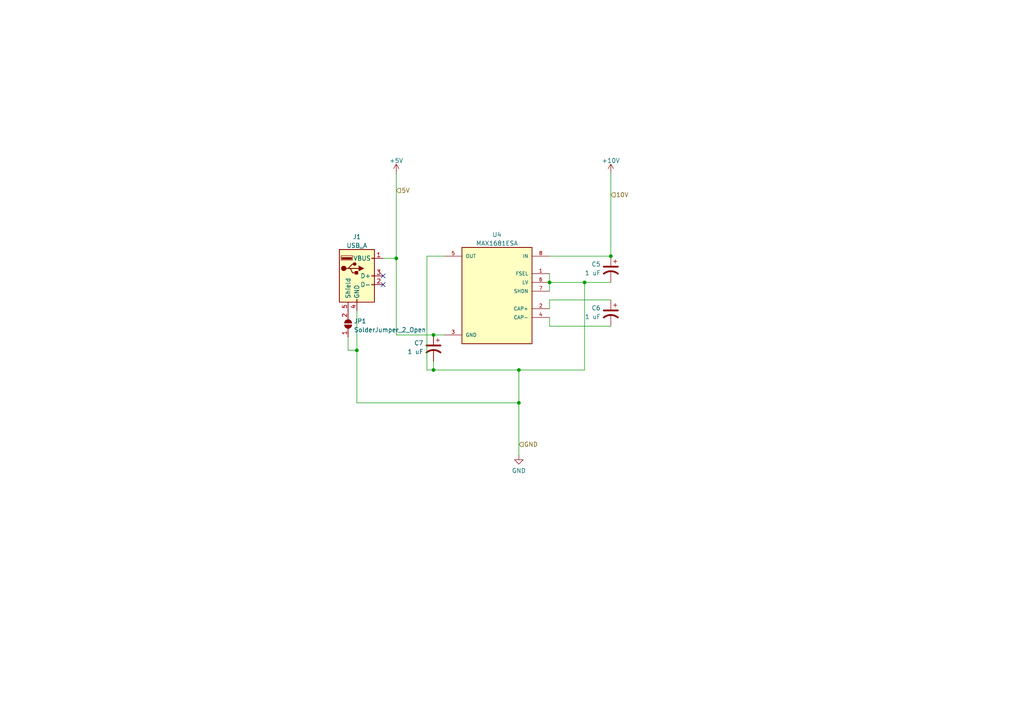
<source format=kicad_sch>
(kicad_sch (version 20211123) (generator eeschema)

  (uuid fa95ec44-fd79-496f-a23c-fe75cd28550a)

  (paper "A4")

  (lib_symbols
    (symbol "Connector:USB_A" (pin_names (offset 1.016)) (in_bom yes) (on_board yes)
      (property "Reference" "J" (id 0) (at -5.08 11.43 0)
        (effects (font (size 1.27 1.27)) (justify left))
      )
      (property "Value" "USB_A" (id 1) (at -5.08 8.89 0)
        (effects (font (size 1.27 1.27)) (justify left))
      )
      (property "Footprint" "" (id 2) (at 3.81 -1.27 0)
        (effects (font (size 1.27 1.27)) hide)
      )
      (property "Datasheet" " ~" (id 3) (at 3.81 -1.27 0)
        (effects (font (size 1.27 1.27)) hide)
      )
      (property "ki_keywords" "connector USB" (id 4) (at 0 0 0)
        (effects (font (size 1.27 1.27)) hide)
      )
      (property "ki_description" "USB Type A connector" (id 5) (at 0 0 0)
        (effects (font (size 1.27 1.27)) hide)
      )
      (property "ki_fp_filters" "USB*" (id 6) (at 0 0 0)
        (effects (font (size 1.27 1.27)) hide)
      )
      (symbol "USB_A_0_1"
        (rectangle (start -5.08 -7.62) (end 5.08 7.62)
          (stroke (width 0.254) (type default) (color 0 0 0 0))
          (fill (type background))
        )
        (circle (center -3.81 2.159) (radius 0.635)
          (stroke (width 0.254) (type default) (color 0 0 0 0))
          (fill (type outline))
        )
        (rectangle (start -1.524 4.826) (end -4.318 5.334)
          (stroke (width 0) (type default) (color 0 0 0 0))
          (fill (type outline))
        )
        (rectangle (start -1.27 4.572) (end -4.572 5.842)
          (stroke (width 0) (type default) (color 0 0 0 0))
          (fill (type none))
        )
        (circle (center -0.635 3.429) (radius 0.381)
          (stroke (width 0.254) (type default) (color 0 0 0 0))
          (fill (type outline))
        )
        (rectangle (start -0.127 -7.62) (end 0.127 -6.858)
          (stroke (width 0) (type default) (color 0 0 0 0))
          (fill (type none))
        )
        (polyline
          (pts
            (xy -3.175 2.159)
            (xy -2.54 2.159)
            (xy -1.27 3.429)
            (xy -0.635 3.429)
          )
          (stroke (width 0.254) (type default) (color 0 0 0 0))
          (fill (type none))
        )
        (polyline
          (pts
            (xy -2.54 2.159)
            (xy -1.905 2.159)
            (xy -1.27 0.889)
            (xy 0 0.889)
          )
          (stroke (width 0.254) (type default) (color 0 0 0 0))
          (fill (type none))
        )
        (polyline
          (pts
            (xy 0.635 2.794)
            (xy 0.635 1.524)
            (xy 1.905 2.159)
            (xy 0.635 2.794)
          )
          (stroke (width 0.254) (type default) (color 0 0 0 0))
          (fill (type outline))
        )
        (rectangle (start 0.254 1.27) (end -0.508 0.508)
          (stroke (width 0.254) (type default) (color 0 0 0 0))
          (fill (type outline))
        )
        (rectangle (start 5.08 -2.667) (end 4.318 -2.413)
          (stroke (width 0) (type default) (color 0 0 0 0))
          (fill (type none))
        )
        (rectangle (start 5.08 -0.127) (end 4.318 0.127)
          (stroke (width 0) (type default) (color 0 0 0 0))
          (fill (type none))
        )
        (rectangle (start 5.08 4.953) (end 4.318 5.207)
          (stroke (width 0) (type default) (color 0 0 0 0))
          (fill (type none))
        )
      )
      (symbol "USB_A_1_1"
        (polyline
          (pts
            (xy -1.905 2.159)
            (xy 0.635 2.159)
          )
          (stroke (width 0.254) (type default) (color 0 0 0 0))
          (fill (type none))
        )
        (pin power_in line (at 7.62 5.08 180) (length 2.54)
          (name "VBUS" (effects (font (size 1.27 1.27))))
          (number "1" (effects (font (size 1.27 1.27))))
        )
        (pin bidirectional line (at 7.62 -2.54 180) (length 2.54)
          (name "D-" (effects (font (size 1.27 1.27))))
          (number "2" (effects (font (size 1.27 1.27))))
        )
        (pin bidirectional line (at 7.62 0 180) (length 2.54)
          (name "D+" (effects (font (size 1.27 1.27))))
          (number "3" (effects (font (size 1.27 1.27))))
        )
        (pin power_in line (at 0 -10.16 90) (length 2.54)
          (name "GND" (effects (font (size 1.27 1.27))))
          (number "4" (effects (font (size 1.27 1.27))))
        )
        (pin passive line (at -2.54 -10.16 90) (length 2.54)
          (name "Shield" (effects (font (size 1.27 1.27))))
          (number "5" (effects (font (size 1.27 1.27))))
        )
      )
    )
    (symbol "Device:C_Polarized_US" (pin_numbers hide) (pin_names (offset 0.254) hide) (in_bom yes) (on_board yes)
      (property "Reference" "C" (id 0) (at 0.635 2.54 0)
        (effects (font (size 1.27 1.27)) (justify left))
      )
      (property "Value" "C_Polarized_US" (id 1) (at 0.635 -2.54 0)
        (effects (font (size 1.27 1.27)) (justify left))
      )
      (property "Footprint" "" (id 2) (at 0 0 0)
        (effects (font (size 1.27 1.27)) hide)
      )
      (property "Datasheet" "~" (id 3) (at 0 0 0)
        (effects (font (size 1.27 1.27)) hide)
      )
      (property "ki_keywords" "cap capacitor" (id 4) (at 0 0 0)
        (effects (font (size 1.27 1.27)) hide)
      )
      (property "ki_description" "Polarized capacitor, US symbol" (id 5) (at 0 0 0)
        (effects (font (size 1.27 1.27)) hide)
      )
      (property "ki_fp_filters" "CP_*" (id 6) (at 0 0 0)
        (effects (font (size 1.27 1.27)) hide)
      )
      (symbol "C_Polarized_US_0_1"
        (polyline
          (pts
            (xy -2.032 0.762)
            (xy 2.032 0.762)
          )
          (stroke (width 0.508) (type default) (color 0 0 0 0))
          (fill (type none))
        )
        (polyline
          (pts
            (xy -1.778 2.286)
            (xy -0.762 2.286)
          )
          (stroke (width 0) (type default) (color 0 0 0 0))
          (fill (type none))
        )
        (polyline
          (pts
            (xy -1.27 1.778)
            (xy -1.27 2.794)
          )
          (stroke (width 0) (type default) (color 0 0 0 0))
          (fill (type none))
        )
        (arc (start 2.032 -1.27) (mid 0 -0.5572) (end -2.032 -1.27)
          (stroke (width 0.508) (type default) (color 0 0 0 0))
          (fill (type none))
        )
      )
      (symbol "C_Polarized_US_1_1"
        (pin passive line (at 0 3.81 270) (length 2.794)
          (name "~" (effects (font (size 1.27 1.27))))
          (number "1" (effects (font (size 1.27 1.27))))
        )
        (pin passive line (at 0 -3.81 90) (length 3.302)
          (name "~" (effects (font (size 1.27 1.27))))
          (number "2" (effects (font (size 1.27 1.27))))
        )
      )
    )
    (symbol "Jumper:SolderJumper_2_Open" (pin_names (offset 0) hide) (in_bom yes) (on_board yes)
      (property "Reference" "JP" (id 0) (at 0 2.032 0)
        (effects (font (size 1.27 1.27)))
      )
      (property "Value" "SolderJumper_2_Open" (id 1) (at 0 -2.54 0)
        (effects (font (size 1.27 1.27)))
      )
      (property "Footprint" "" (id 2) (at 0 0 0)
        (effects (font (size 1.27 1.27)) hide)
      )
      (property "Datasheet" "~" (id 3) (at 0 0 0)
        (effects (font (size 1.27 1.27)) hide)
      )
      (property "ki_keywords" "solder jumper SPST" (id 4) (at 0 0 0)
        (effects (font (size 1.27 1.27)) hide)
      )
      (property "ki_description" "Solder Jumper, 2-pole, open" (id 5) (at 0 0 0)
        (effects (font (size 1.27 1.27)) hide)
      )
      (property "ki_fp_filters" "SolderJumper*Open*" (id 6) (at 0 0 0)
        (effects (font (size 1.27 1.27)) hide)
      )
      (symbol "SolderJumper_2_Open_0_1"
        (arc (start -0.254 1.016) (mid -1.27 0) (end -0.254 -1.016)
          (stroke (width 0) (type default) (color 0 0 0 0))
          (fill (type none))
        )
        (arc (start -0.254 1.016) (mid -1.27 0) (end -0.254 -1.016)
          (stroke (width 0) (type default) (color 0 0 0 0))
          (fill (type outline))
        )
        (polyline
          (pts
            (xy -0.254 1.016)
            (xy -0.254 -1.016)
          )
          (stroke (width 0) (type default) (color 0 0 0 0))
          (fill (type none))
        )
        (polyline
          (pts
            (xy 0.254 1.016)
            (xy 0.254 -1.016)
          )
          (stroke (width 0) (type default) (color 0 0 0 0))
          (fill (type none))
        )
        (arc (start 0.254 -1.016) (mid 1.27 0) (end 0.254 1.016)
          (stroke (width 0) (type default) (color 0 0 0 0))
          (fill (type none))
        )
        (arc (start 0.254 -1.016) (mid 1.27 0) (end 0.254 1.016)
          (stroke (width 0) (type default) (color 0 0 0 0))
          (fill (type outline))
        )
      )
      (symbol "SolderJumper_2_Open_1_1"
        (pin passive line (at -3.81 0 0) (length 2.54)
          (name "A" (effects (font (size 1.27 1.27))))
          (number "1" (effects (font (size 1.27 1.27))))
        )
        (pin passive line (at 3.81 0 180) (length 2.54)
          (name "B" (effects (font (size 1.27 1.27))))
          (number "2" (effects (font (size 1.27 1.27))))
        )
      )
    )
    (symbol "MAX1681ESA:MAX1681ESA" (pin_names (offset 1.016)) (in_bom yes) (on_board yes)
      (property "Reference" "U" (id 0) (at -9.8044 14.1986 0)
        (effects (font (size 1.27 1.27)) (justify left bottom))
      )
      (property "Value" "MAX1681ESA" (id 1) (at -10.4394 -18.8214 0)
        (effects (font (size 1.27 1.27)) (justify left bottom))
      )
      (property "Footprint" "SOIC127P600X175-8N" (id 2) (at 0 0 0)
        (effects (font (size 1.27 1.27)) (justify bottom) hide)
      )
      (property "Datasheet" "" (id 3) (at 0 0 0)
        (effects (font (size 1.27 1.27)) hide)
      )
      (property "MP" "MAX1681ESA" (id 4) (at 0 0 0)
        (effects (font (size 1.27 1.27)) (justify bottom) hide)
      )
      (property "AVAILABILITY" "Unavailable" (id 5) (at 0 0 0)
        (effects (font (size 1.27 1.27)) (justify bottom) hide)
      )
      (property "DESCRIPTION" "Charge Pump INV/STPUP -3V to -5.5V/8V to 11V 125mA 8-Pin SOIC N" (id 6) (at 0 0 0)
        (effects (font (size 1.27 1.27)) (justify bottom) hide)
      )
      (property "PACKAGE" "SOIC-8 Maxim Integrated" (id 7) (at 0 0 0)
        (effects (font (size 1.27 1.27)) (justify bottom) hide)
      )
      (property "MF" "Maxim Integrated" (id 8) (at 0 0 0)
        (effects (font (size 1.27 1.27)) (justify bottom) hide)
      )
      (property "PRICE" "None" (id 9) (at 0 0 0)
        (effects (font (size 1.27 1.27)) (justify bottom) hide)
      )
      (symbol "MAX1681ESA_0_0"
        (rectangle (start -10.16 -15.24) (end 10.16 12.7)
          (stroke (width 0.254) (type default) (color 0 0 0 0))
          (fill (type background))
        )
        (pin input line (at -15.24 5.08 0) (length 5.08)
          (name "FSEL" (effects (font (size 1.016 1.016))))
          (number "1" (effects (font (size 1.016 1.016))))
        )
        (pin passive line (at -15.24 -5.08 0) (length 5.08)
          (name "CAP+" (effects (font (size 1.016 1.016))))
          (number "2" (effects (font (size 1.016 1.016))))
        )
        (pin power_in line (at 15.24 -12.7 180) (length 5.08)
          (name "GND" (effects (font (size 1.016 1.016))))
          (number "3" (effects (font (size 1.016 1.016))))
        )
        (pin passive line (at -15.24 -7.62 0) (length 5.08)
          (name "CAP-" (effects (font (size 1.016 1.016))))
          (number "4" (effects (font (size 1.016 1.016))))
        )
        (pin output line (at 15.24 10.16 180) (length 5.08)
          (name "OUT" (effects (font (size 1.016 1.016))))
          (number "5" (effects (font (size 1.016 1.016))))
        )
        (pin input line (at -15.24 2.54 0) (length 5.08)
          (name "LV" (effects (font (size 1.016 1.016))))
          (number "6" (effects (font (size 1.016 1.016))))
        )
        (pin input line (at -15.24 0 0) (length 5.08)
          (name "SHDN" (effects (font (size 1.016 1.016))))
          (number "7" (effects (font (size 1.016 1.016))))
        )
        (pin input line (at -15.24 10.16 0) (length 5.08)
          (name "IN" (effects (font (size 1.016 1.016))))
          (number "8" (effects (font (size 1.016 1.016))))
        )
      )
    )
    (symbol "power:+10V" (power) (pin_names (offset 0)) (in_bom yes) (on_board yes)
      (property "Reference" "#PWR" (id 0) (at 0 -3.81 0)
        (effects (font (size 1.27 1.27)) hide)
      )
      (property "Value" "+10V" (id 1) (at 0 3.556 0)
        (effects (font (size 1.27 1.27)))
      )
      (property "Footprint" "" (id 2) (at 0 0 0)
        (effects (font (size 1.27 1.27)) hide)
      )
      (property "Datasheet" "" (id 3) (at 0 0 0)
        (effects (font (size 1.27 1.27)) hide)
      )
      (property "ki_keywords" "power-flag" (id 4) (at 0 0 0)
        (effects (font (size 1.27 1.27)) hide)
      )
      (property "ki_description" "Power symbol creates a global label with name \"+10V\"" (id 5) (at 0 0 0)
        (effects (font (size 1.27 1.27)) hide)
      )
      (symbol "+10V_0_1"
        (polyline
          (pts
            (xy -0.762 1.27)
            (xy 0 2.54)
          )
          (stroke (width 0) (type default) (color 0 0 0 0))
          (fill (type none))
        )
        (polyline
          (pts
            (xy 0 0)
            (xy 0 2.54)
          )
          (stroke (width 0) (type default) (color 0 0 0 0))
          (fill (type none))
        )
        (polyline
          (pts
            (xy 0 2.54)
            (xy 0.762 1.27)
          )
          (stroke (width 0) (type default) (color 0 0 0 0))
          (fill (type none))
        )
      )
      (symbol "+10V_1_1"
        (pin power_in line (at 0 0 90) (length 0) hide
          (name "+10V" (effects (font (size 1.27 1.27))))
          (number "1" (effects (font (size 1.27 1.27))))
        )
      )
    )
    (symbol "power:+5V" (power) (pin_names (offset 0)) (in_bom yes) (on_board yes)
      (property "Reference" "#PWR" (id 0) (at 0 -3.81 0)
        (effects (font (size 1.27 1.27)) hide)
      )
      (property "Value" "+5V" (id 1) (at 0 3.556 0)
        (effects (font (size 1.27 1.27)))
      )
      (property "Footprint" "" (id 2) (at 0 0 0)
        (effects (font (size 1.27 1.27)) hide)
      )
      (property "Datasheet" "" (id 3) (at 0 0 0)
        (effects (font (size 1.27 1.27)) hide)
      )
      (property "ki_keywords" "power-flag" (id 4) (at 0 0 0)
        (effects (font (size 1.27 1.27)) hide)
      )
      (property "ki_description" "Power symbol creates a global label with name \"+5V\"" (id 5) (at 0 0 0)
        (effects (font (size 1.27 1.27)) hide)
      )
      (symbol "+5V_0_1"
        (polyline
          (pts
            (xy -0.762 1.27)
            (xy 0 2.54)
          )
          (stroke (width 0) (type default) (color 0 0 0 0))
          (fill (type none))
        )
        (polyline
          (pts
            (xy 0 0)
            (xy 0 2.54)
          )
          (stroke (width 0) (type default) (color 0 0 0 0))
          (fill (type none))
        )
        (polyline
          (pts
            (xy 0 2.54)
            (xy 0.762 1.27)
          )
          (stroke (width 0) (type default) (color 0 0 0 0))
          (fill (type none))
        )
      )
      (symbol "+5V_1_1"
        (pin power_in line (at 0 0 90) (length 0) hide
          (name "+5V" (effects (font (size 1.27 1.27))))
          (number "1" (effects (font (size 1.27 1.27))))
        )
      )
    )
    (symbol "power:GND" (power) (pin_names (offset 0)) (in_bom yes) (on_board yes)
      (property "Reference" "#PWR" (id 0) (at 0 -6.35 0)
        (effects (font (size 1.27 1.27)) hide)
      )
      (property "Value" "GND" (id 1) (at 0 -3.81 0)
        (effects (font (size 1.27 1.27)))
      )
      (property "Footprint" "" (id 2) (at 0 0 0)
        (effects (font (size 1.27 1.27)) hide)
      )
      (property "Datasheet" "" (id 3) (at 0 0 0)
        (effects (font (size 1.27 1.27)) hide)
      )
      (property "ki_keywords" "power-flag" (id 4) (at 0 0 0)
        (effects (font (size 1.27 1.27)) hide)
      )
      (property "ki_description" "Power symbol creates a global label with name \"GND\" , ground" (id 5) (at 0 0 0)
        (effects (font (size 1.27 1.27)) hide)
      )
      (symbol "GND_0_1"
        (polyline
          (pts
            (xy 0 0)
            (xy 0 -1.27)
            (xy 1.27 -1.27)
            (xy 0 -2.54)
            (xy -1.27 -1.27)
            (xy 0 -1.27)
          )
          (stroke (width 0) (type default) (color 0 0 0 0))
          (fill (type none))
        )
      )
      (symbol "GND_1_1"
        (pin power_in line (at 0 0 270) (length 0) hide
          (name "GND" (effects (font (size 1.27 1.27))))
          (number "1" (effects (font (size 1.27 1.27))))
        )
      )
    )
  )

  (junction (at 159.385 81.915) (diameter 0) (color 0 0 0 0)
    (uuid 3a936327-e86a-42ab-a991-ef8907e3751e)
  )
  (junction (at 103.505 101.6) (diameter 0) (color 0 0 0 0)
    (uuid 510cf2a2-de55-4377-8bd5-d1cdd06b2824)
  )
  (junction (at 169.545 81.915) (diameter 0) (color 0 0 0 0)
    (uuid 6e91c772-548d-4686-ab0c-abab84dae3e2)
  )
  (junction (at 114.935 74.93) (diameter 0) (color 0 0 0 0)
    (uuid 95dadf29-a2c9-49eb-b14d-1381da7cb4e5)
  )
  (junction (at 177.165 74.295) (diameter 0) (color 0 0 0 0)
    (uuid 9c753adf-c27d-4cd7-99ea-d59ac75b5c01)
  )
  (junction (at 150.495 116.84) (diameter 0) (color 0 0 0 0)
    (uuid a0ae5b02-24ca-4928-8375-b64c12a5145b)
  )
  (junction (at 125.73 107.315) (diameter 0) (color 0 0 0 0)
    (uuid b9167813-b635-43f9-997b-8e7dccc1d9e0)
  )
  (junction (at 125.73 97.155) (diameter 0) (color 0 0 0 0)
    (uuid ccc97130-bbf6-454d-940f-bd0a9632f06e)
  )
  (junction (at 150.495 107.315) (diameter 0) (color 0 0 0 0)
    (uuid d59431d1-63af-43d6-bf9f-b1fbaf45b5d9)
  )

  (no_connect (at 111.125 80.01) (uuid 3874dde3-d400-407f-a55a-bfcbd774484f))
  (no_connect (at 111.125 82.55) (uuid d8a47199-11fe-4d75-a248-d689f48d8862))

  (wire (pts (xy 177.165 81.915) (xy 169.545 81.915))
    (stroke (width 0) (type default) (color 0 0 0 0))
    (uuid 16374023-fa4a-4993-9e47-e1384c34415a)
  )
  (wire (pts (xy 177.165 74.295) (xy 159.385 74.295))
    (stroke (width 0) (type default) (color 0 0 0 0))
    (uuid 176fd021-c0c4-4d40-bf2f-7ef9c21f5642)
  )
  (wire (pts (xy 103.505 101.6) (xy 103.505 116.84))
    (stroke (width 0) (type default) (color 0 0 0 0))
    (uuid 5a4791c9-b9ed-41f6-b265-552d18a43a2e)
  )
  (wire (pts (xy 169.545 107.315) (xy 150.495 107.315))
    (stroke (width 0) (type default) (color 0 0 0 0))
    (uuid 65d43900-12a8-47ea-a548-f281966bcb6c)
  )
  (wire (pts (xy 125.73 97.155) (xy 114.935 97.155))
    (stroke (width 0) (type default) (color 0 0 0 0))
    (uuid 672340d7-d7b3-416f-a370-f2264ed172bf)
  )
  (wire (pts (xy 128.905 74.295) (xy 123.825 74.295))
    (stroke (width 0) (type default) (color 0 0 0 0))
    (uuid 6b74c798-bf20-4e91-b95a-a243ccb65355)
  )
  (wire (pts (xy 123.825 107.315) (xy 125.73 107.315))
    (stroke (width 0) (type default) (color 0 0 0 0))
    (uuid 6baefbf5-a192-4378-9c26-cda684d12f58)
  )
  (wire (pts (xy 125.73 107.315) (xy 150.495 107.315))
    (stroke (width 0) (type default) (color 0 0 0 0))
    (uuid 6fb4b762-a122-4579-a730-680c4910b916)
  )
  (wire (pts (xy 103.505 90.17) (xy 103.505 101.6))
    (stroke (width 0) (type default) (color 0 0 0 0))
    (uuid 735e1cbd-b35f-4ef2-8e3f-886630bf03ba)
  )
  (wire (pts (xy 100.965 97.79) (xy 100.965 101.6))
    (stroke (width 0) (type default) (color 0 0 0 0))
    (uuid 7f5e953a-3f16-4e45-886c-3d2898154c97)
  )
  (wire (pts (xy 114.935 50.165) (xy 114.935 74.93))
    (stroke (width 0) (type default) (color 0 0 0 0))
    (uuid 8145416f-37c4-47ff-ac0b-4cbe57cc53ee)
  )
  (wire (pts (xy 125.73 97.155) (xy 128.905 97.155))
    (stroke (width 0) (type default) (color 0 0 0 0))
    (uuid 8316343d-080c-4708-91f9-8795ef6afcef)
  )
  (wire (pts (xy 125.73 104.775) (xy 125.73 107.315))
    (stroke (width 0) (type default) (color 0 0 0 0))
    (uuid 8d861cdb-cf07-4f99-a54f-2ff675494f09)
  )
  (wire (pts (xy 159.385 89.535) (xy 159.385 86.995))
    (stroke (width 0) (type default) (color 0 0 0 0))
    (uuid 91e412a7-0d00-44de-b9e2-8fc3c55749d1)
  )
  (wire (pts (xy 177.165 86.995) (xy 159.385 86.995))
    (stroke (width 0) (type default) (color 0 0 0 0))
    (uuid 93c5ef38-4a36-4cf3-88b7-bceac16622e9)
  )
  (wire (pts (xy 150.495 107.315) (xy 150.495 116.84))
    (stroke (width 0) (type default) (color 0 0 0 0))
    (uuid 943518cf-2200-45f5-ade8-1e3ff73b63dc)
  )
  (wire (pts (xy 177.165 50.165) (xy 177.165 74.295))
    (stroke (width 0) (type default) (color 0 0 0 0))
    (uuid 964efca7-d939-4562-a0a4-5da6bd8628f2)
  )
  (wire (pts (xy 114.935 74.93) (xy 114.935 97.155))
    (stroke (width 0) (type default) (color 0 0 0 0))
    (uuid 966a4aa6-ce6a-45d8-be91-bab8edcd4d9f)
  )
  (wire (pts (xy 100.965 101.6) (xy 103.505 101.6))
    (stroke (width 0) (type default) (color 0 0 0 0))
    (uuid 9c5fdea7-89b3-4ae1-8821-1ecea4605011)
  )
  (wire (pts (xy 159.385 94.615) (xy 159.385 92.075))
    (stroke (width 0) (type default) (color 0 0 0 0))
    (uuid a212a882-3cee-46f8-84ec-25eb9eb0da5f)
  )
  (wire (pts (xy 103.505 116.84) (xy 150.495 116.84))
    (stroke (width 0) (type default) (color 0 0 0 0))
    (uuid ab467909-4452-43cc-a513-f3d2098ba764)
  )
  (wire (pts (xy 169.545 81.915) (xy 159.385 81.915))
    (stroke (width 0) (type default) (color 0 0 0 0))
    (uuid ccebde5b-378e-4ba2-98b1-725485259569)
  )
  (wire (pts (xy 159.385 81.915) (xy 159.385 84.455))
    (stroke (width 0) (type default) (color 0 0 0 0))
    (uuid d3d8269d-f28e-4588-847c-0257a6735f41)
  )
  (wire (pts (xy 150.495 116.84) (xy 150.495 132.08))
    (stroke (width 0) (type default) (color 0 0 0 0))
    (uuid d6026174-0013-4fc5-942a-3f5cf8206b12)
  )
  (wire (pts (xy 169.545 81.915) (xy 169.545 107.315))
    (stroke (width 0) (type default) (color 0 0 0 0))
    (uuid d834df06-acc0-4467-bc33-9b9f649d619b)
  )
  (wire (pts (xy 159.385 79.375) (xy 159.385 81.915))
    (stroke (width 0) (type default) (color 0 0 0 0))
    (uuid da55c286-5459-4bc6-9233-73f6969f3f56)
  )
  (wire (pts (xy 123.825 74.295) (xy 123.825 107.315))
    (stroke (width 0) (type default) (color 0 0 0 0))
    (uuid dc7fd713-a4c8-41ee-b1b0-124cce1626fc)
  )
  (wire (pts (xy 177.165 94.615) (xy 159.385 94.615))
    (stroke (width 0) (type default) (color 0 0 0 0))
    (uuid eaf0749f-fc67-4f3c-9a2d-cfa1273640a6)
  )
  (wire (pts (xy 111.125 74.93) (xy 114.935 74.93))
    (stroke (width 0) (type default) (color 0 0 0 0))
    (uuid fc913c6b-5faf-4c41-8539-394e57af23b4)
  )

  (hierarchical_label "10V" (shape input) (at 177.165 56.515 0)
    (effects (font (size 1.27 1.27)) (justify left))
    (uuid 15f2121d-e4b6-4564-a651-6394c9371149)
  )
  (hierarchical_label "GND" (shape input) (at 150.495 128.905 0)
    (effects (font (size 1.27 1.27)) (justify left))
    (uuid 3fefcac3-21c8-47e5-acce-258d6e48904b)
  )
  (hierarchical_label "5V" (shape input) (at 114.935 55.245 0)
    (effects (font (size 1.27 1.27)) (justify left))
    (uuid 49b2629e-60f5-40a8-8ed2-b33f742dcc51)
  )

  (symbol (lib_id "power:+10V") (at 177.165 50.165 0) (mirror y) (unit 1)
    (in_bom yes) (on_board yes) (fields_autoplaced)
    (uuid 00e035eb-42f9-4511-b14b-5f879724e020)
    (property "Reference" "#PWR0103" (id 0) (at 177.165 53.975 0)
      (effects (font (size 1.27 1.27)) hide)
    )
    (property "Value" "+10V" (id 1) (at 177.165 46.5892 0))
    (property "Footprint" "" (id 2) (at 177.165 50.165 0)
      (effects (font (size 1.27 1.27)) hide)
    )
    (property "Datasheet" "" (id 3) (at 177.165 50.165 0)
      (effects (font (size 1.27 1.27)) hide)
    )
    (pin "1" (uuid ab26174b-6952-4e44-bbf9-63688d93c723))
  )

  (symbol (lib_id "Connector:USB_A") (at 103.505 80.01 0) (unit 1)
    (in_bom yes) (on_board yes) (fields_autoplaced)
    (uuid 05b952be-0fb2-4459-b5d1-683eff7d559b)
    (property "Reference" "J1" (id 0) (at 103.505 68.6902 0))
    (property "Value" "USB_A" (id 1) (at 103.505 71.2271 0))
    (property "Footprint" "Connector_USB:USB_A_AliExpress_horizontal_male" (id 2) (at 107.315 81.28 0)
      (effects (font (size 1.27 1.27)) hide)
    )
    (property "Datasheet" " ~" (id 3) (at 107.315 81.28 0)
      (effects (font (size 1.27 1.27)) hide)
    )
    (pin "1" (uuid 3f4d2bb8-49e6-4824-b6fc-f73d35bbd5ee))
    (pin "2" (uuid 46acaaf8-003c-4ab5-b5d2-964aae9191b1))
    (pin "3" (uuid d5a976b6-5e56-402f-8bf6-726287ceacb2))
    (pin "4" (uuid 32531b71-ec70-403c-8d41-51c839a8e642))
    (pin "5" (uuid a4ff891b-d736-4c4d-8cf1-f729dbb468e6))
  )

  (symbol (lib_id "Jumper:SolderJumper_2_Open") (at 100.965 93.98 90) (unit 1)
    (in_bom yes) (on_board yes) (fields_autoplaced)
    (uuid 19d63adf-6b0c-42bf-9161-c158b17e8f04)
    (property "Reference" "JP1" (id 0) (at 102.616 93.1453 90)
      (effects (font (size 1.27 1.27)) (justify right))
    )
    (property "Value" "SolderJumper_2_Open" (id 1) (at 102.616 95.6822 90)
      (effects (font (size 1.27 1.27)) (justify right))
    )
    (property "Footprint" "Jumper:SolderJumper-2_P1.3mm_Open_Pad1.0x1.5mm" (id 2) (at 100.965 93.98 0)
      (effects (font (size 1.27 1.27)) hide)
    )
    (property "Datasheet" "~" (id 3) (at 100.965 93.98 0)
      (effects (font (size 1.27 1.27)) hide)
    )
    (pin "1" (uuid ae742633-d52b-46bd-84d7-e0e9746c19db))
    (pin "2" (uuid cc5b407d-bd46-4193-a019-ab41b93357ab))
  )

  (symbol (lib_id "Device:C_Polarized_US") (at 177.165 78.105 0) (mirror y) (unit 1)
    (in_bom yes) (on_board yes) (fields_autoplaced)
    (uuid 55b0cfa4-a8e3-4b0d-8ed6-263f285c683d)
    (property "Reference" "C5" (id 0) (at 174.244 76.6353 0)
      (effects (font (size 1.27 1.27)) (justify left))
    )
    (property "Value" "1 uF" (id 1) (at 174.244 79.1722 0)
      (effects (font (size 1.27 1.27)) (justify left))
    )
    (property "Footprint" "Capacitor_THT:C_Radial_D5.0mm_H7.0mm_P2.00mm" (id 2) (at 177.165 78.105 0)
      (effects (font (size 1.27 1.27)) hide)
    )
    (property "Datasheet" "~" (id 3) (at 177.165 78.105 0)
      (effects (font (size 1.27 1.27)) hide)
    )
    (pin "1" (uuid 9b052987-440f-4dbf-a15d-38165d407695))
    (pin "2" (uuid c2beec3a-ba5b-44ba-8bd0-2ca79bd0144d))
  )

  (symbol (lib_id "Device:C_Polarized_US") (at 125.73 100.965 0) (mirror y) (unit 1)
    (in_bom yes) (on_board yes) (fields_autoplaced)
    (uuid 874d5bab-f693-409d-8b51-5a9b11edb53e)
    (property "Reference" "C7" (id 0) (at 122.809 99.4953 0)
      (effects (font (size 1.27 1.27)) (justify left))
    )
    (property "Value" "1 uF" (id 1) (at 122.809 102.0322 0)
      (effects (font (size 1.27 1.27)) (justify left))
    )
    (property "Footprint" "Capacitor_THT:C_Radial_D5.0mm_H7.0mm_P2.00mm" (id 2) (at 125.73 100.965 0)
      (effects (font (size 1.27 1.27)) hide)
    )
    (property "Datasheet" "~" (id 3) (at 125.73 100.965 0)
      (effects (font (size 1.27 1.27)) hide)
    )
    (pin "1" (uuid 29291101-f554-4f48-95c0-a12022f73bdc))
    (pin "2" (uuid 892d0150-a667-42e7-b3a7-f93901186668))
  )

  (symbol (lib_id "Device:C_Polarized_US") (at 177.165 90.805 0) (mirror y) (unit 1)
    (in_bom yes) (on_board yes) (fields_autoplaced)
    (uuid a1d850fe-5463-49de-838d-0de63a2d272e)
    (property "Reference" "C6" (id 0) (at 174.244 89.3353 0)
      (effects (font (size 1.27 1.27)) (justify left))
    )
    (property "Value" "1 uF" (id 1) (at 174.244 91.8722 0)
      (effects (font (size 1.27 1.27)) (justify left))
    )
    (property "Footprint" "Capacitor_THT:C_Radial_D5.0mm_H7.0mm_P2.00mm" (id 2) (at 177.165 90.805 0)
      (effects (font (size 1.27 1.27)) hide)
    )
    (property "Datasheet" "~" (id 3) (at 177.165 90.805 0)
      (effects (font (size 1.27 1.27)) hide)
    )
    (pin "1" (uuid b1b0f5df-4a4b-41f9-9136-a5a0f3b9d739))
    (pin "2" (uuid 758efffc-9cb6-4c12-873a-b4efaac5f548))
  )

  (symbol (lib_id "power:+5V") (at 114.935 50.165 0) (mirror y) (unit 1)
    (in_bom yes) (on_board yes) (fields_autoplaced)
    (uuid bd29e863-4495-4b05-80ca-e92e40cf7416)
    (property "Reference" "#PWR0101" (id 0) (at 114.935 53.975 0)
      (effects (font (size 1.27 1.27)) hide)
    )
    (property "Value" "+5V" (id 1) (at 114.935 46.5892 0))
    (property "Footprint" "" (id 2) (at 114.935 50.165 0)
      (effects (font (size 1.27 1.27)) hide)
    )
    (property "Datasheet" "" (id 3) (at 114.935 50.165 0)
      (effects (font (size 1.27 1.27)) hide)
    )
    (pin "1" (uuid fd50ed75-cc2b-4ab0-853a-726db16508b3))
  )

  (symbol (lib_id "power:GND") (at 150.495 132.08 0) (mirror y) (unit 1)
    (in_bom yes) (on_board yes)
    (uuid db982566-0aa5-49b2-8bda-99cd523d93e3)
    (property "Reference" "#PWR0102" (id 0) (at 150.495 138.43 0)
      (effects (font (size 1.27 1.27)) hide)
    )
    (property "Value" "GND" (id 1) (at 150.495 136.5234 0))
    (property "Footprint" "" (id 2) (at 150.495 132.08 0)
      (effects (font (size 1.27 1.27)) hide)
    )
    (property "Datasheet" "" (id 3) (at 150.495 132.08 0)
      (effects (font (size 1.27 1.27)) hide)
    )
    (pin "1" (uuid 96febd6e-d137-4649-a8ce-e515d7abb76e))
  )

  (symbol (lib_id "MAX1681ESA:MAX1681ESA") (at 144.145 84.455 0) (mirror y) (unit 1)
    (in_bom yes) (on_board yes) (fields_autoplaced)
    (uuid eae7fa69-8110-4b22-9306-c13c1a1fb57e)
    (property "Reference" "U4" (id 0) (at 144.145 68.0552 0))
    (property "Value" "MAX1681ESA" (id 1) (at 144.145 70.5921 0))
    (property "Footprint" "Regulator_SwitchedCapacitor:SOIC127P600X175-8N" (id 2) (at 144.145 84.455 0)
      (effects (font (size 1.27 1.27)) (justify bottom) hide)
    )
    (property "Datasheet" "" (id 3) (at 144.145 84.455 0)
      (effects (font (size 1.27 1.27)) hide)
    )
    (property "MP" "MAX1681ESA" (id 4) (at 144.145 84.455 0)
      (effects (font (size 1.27 1.27)) (justify bottom) hide)
    )
    (property "AVAILABILITY" "Unavailable" (id 5) (at 144.145 84.455 0)
      (effects (font (size 1.27 1.27)) (justify bottom) hide)
    )
    (property "DESCRIPTION" "Charge Pump INV/STPUP -3V to -5.5V/8V to 11V 125mA 8-Pin SOIC N" (id 6) (at 144.145 84.455 0)
      (effects (font (size 1.27 1.27)) (justify bottom) hide)
    )
    (property "PACKAGE" "SOIC-8 Maxim Integrated" (id 7) (at 144.145 84.455 0)
      (effects (font (size 1.27 1.27)) (justify bottom) hide)
    )
    (property "MF" "Maxim Integrated" (id 8) (at 144.145 84.455 0)
      (effects (font (size 1.27 1.27)) (justify bottom) hide)
    )
    (property "PRICE" "None" (id 9) (at 144.145 84.455 0)
      (effects (font (size 1.27 1.27)) (justify bottom) hide)
    )
    (pin "1" (uuid a8b56ecf-6b43-4aa3-9cff-2b6453afecd4))
    (pin "2" (uuid f172c9fa-7823-4fd6-bd92-344a5c88310f))
    (pin "3" (uuid 5a6f482a-4b90-4c09-85e0-f0ebab074e6f))
    (pin "4" (uuid 30ddfbcb-03cf-4dd3-8262-b89d3dd26a69))
    (pin "5" (uuid aa50641f-2d34-4fb1-bd52-4caf056a4e79))
    (pin "6" (uuid 4860ae19-e71e-4083-89f1-2532c145c489))
    (pin "7" (uuid c753d9e2-9ec2-4302-a1ea-6d94c826da93))
    (pin "8" (uuid e865c2f5-93fd-4ea1-b3b0-4b68032d0989))
  )
)

</source>
